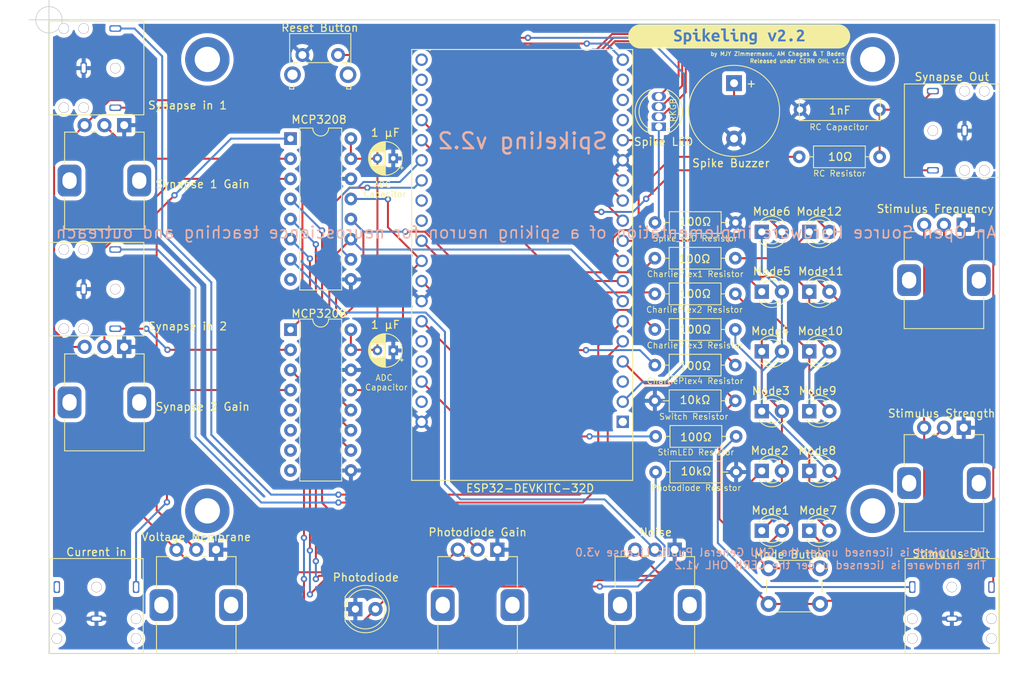
<source format=kicad_pcb>
(kicad_pcb (version 20211014) (generator pcbnew)
  (layers (0 "F.Cu" signal) (31 "B.Cu" signal) (34 "B.Paste" user) (35 "F.Paste" user) (36 "B.SilkS" user "B.Silkscreen") (37 "F.SilkS" user "F.Silkscreen") (38 "B.Mask" user) (39 "F.Mask" user) (44 "Edge.Cuts" user))
  (net 0 "")
  (net 7 "GNDREF")
  (net 8 "/23")
  (net 9 "/27")
  (net 10 "/26")
  (net 11 "+3V3")
  (net 12 "/34")
  (net 13 "/35")
  (net 14 "/25")
  (net 15 "/14")
  (net 16 "/12")
  (net 17 "/13")
  (net 18 "/22")
  (net 19 "/21")
  (net 20 "/19")
  (net 21 "/05")
  (net 22 "/17")
  (net 23 "/16")
  (net 24 "/02")
  (net 25 "/15")
  (net 26 "Net-(R1-Pad2)")
  (net 27 "Net-(R7-Pad2)")
  (net 28 "Net-(R6-Pad2)")
  (net 29 "Net-(R8-Pad2)")
  (net 30 "Net-(R9-Pad2)")
  (net 31 "Net-(R4-Pad2)")
  (net 33 "/39")
  (net 34 "VCC")
  (net 38 "/202")
  (net 39 "/203")
  (net 40 "/106")
  (net 41 "/103")
  (net 42 "/105")
  (net 43 "/104")
  (net 44 "/101")
  (net 45 "/102")
  (net 46 "/200")
  (net 47 "/201")
  (net 48 "/32")
  (net 49 "/33")
  (net 50 "/18")
  (net 51 "/04")
  (net 52 "/00")
  (net 53 "/100")
  (net 54 "/107")
  (net 55 "/204")
  (net 56 "/205")
  (net 57 "/206")
  (net 58 "/207")
  (net 59 "Net-(R3-Pad2)")
  (net 60 "Net-(SW2-Pad2)")
  (footprint "LED_THT:LED_D5.0mm-4_RGB" (layer "F.Cu") (at 177 63.5 90)
    (fp_text reference "D14")
    (fp_text value "Spike LED")
  )
  (footprint "MountingHole:MountingHole_3.2mm_M3_DIN965_Pad" (layer "F.Cu") (at 120 55)
    (fp_text reference " ")
    (fp_text value "MountingHole_3.2mm_M3_DIN965_Pad")
  )
  (footprint "LED_THT:LED_D3.0mm" (layer "F.Cu") (at 190 76.779)
    (fp_text reference "D7")
    (fp_text value "Mode6")
  )
  (footprint "LED_THT:LED_D3.0mm" (layer "F.Cu") (at 190 114.504)
    (fp_text reference "D2")
    (fp_text value "Mode1")
  )
  (footprint "Resistor_THT:R_Axial_DIN0207_L6.3mm_D2.5mm_P10.16mm_Horizontal" (layer "F.Cu") (at 186.66 98.1 180)
    (fp_text reference "R5")
    (fp_text value "10kΩ")
  )
  (footprint "Package_DIP:DIP-16_W7.62mm" (layer "F.Cu") (at 130.5 89.125)
    (fp_text reference "U3")
    (fp_text value "MCP3208")
  )
  (footprint "Potentiometer_THT:Spikeling Potentiometer" (layer "F.Cu") (at 213 109 -90)
    (fp_text reference "RV6")
    (fp_text value "Stimulus Strength")
  )
  (footprint "Potentiometer_THT:Spikeling Potentiometer" (layer "F.Cu") (at 176.5 124.4 -90)
    (fp_text reference "RV4")
    (fp_text value "Noise")
  )
  (footprint "Audio_Module:Spikeling_Photoreceptor" (layer "F.Cu") (at 159.6 122.9)
    (fp_text reference ".")
    (fp_text value "Spikeling_neuron")
  )
  (footprint "Audio_Module:Spikeling Audio Jack 3.5mm" (layer "F.Cu") (at 99.8825 56.1 90)
    (fp_text reference "J2")
    (fp_text value "Synapse in 1")
  )
  (footprint "Audio_Module:Spikeling Audio Jack 3.5mm" (layer "F.Cu") (at 220.1 64 -90)
    (fp_text reference "J1")
    (fp_text value "Synapse Out")
  )
  (footprint "Potentiometer_THT:Spikeling Potentiometer" (layer "F.Cu") (at 107 70.8 -90)
    (fp_text reference "RV1")
    (fp_text value "Synapse 1 Gain")
  )
  (footprint "Audio_Module:Spikeling_Electrode" (layer "F.Cu") (at 125.9 107.3)
    (fp_text reference "REF**")
    (fp_text value "Spikeling_neuron")
  )
  (footprint "LED_THT:LED_D3.0mm" (layer "F.Cu") (at 190 99.414)
    (fp_text reference "D4")
    (fp_text value "Mode3")
  )
  (footprint "Potentiometer_THT:Spikeling Potentiometer" (layer "F.Cu") (at 118.6 124.4 -90)
    (fp_text reference "RV3")
    (fp_text value "Voltage Membrane")
  )
  (footprint "Resistor_THT:R_Axial_DIN0207_L6.3mm_D2.5mm_P10.16mm_Horizontal" (layer "F.Cu") (at 176.6 102.6)
    (fp_text reference "R3")
    (fp_text value "100Ω")
  )
  (footprint "MountingHole:MountingHole_3.2mm_M3_DIN965_Pad" (layer "F.Cu") (at 204 55)
    (fp_text reference " ")
    (fp_text value "MountingHole_M3")
  )
  (footprint "Package_DIP:DIP-16_W7.62mm" (layer "F.Cu") (at 130.5 65)
    (fp_text reference "U2")
    (fp_text value "MCP3208")
  )
  (footprint "Capacitor_THT:CP_Radial_D4.0mm_P2.00mm" (layer "F.Cu") (at 143.4726 91.75 180)
    (fp_text reference "C2")
    (fp_text value "1 μF")
  )
  (footprint "Audio_Module:Spikeling Audio Jack 3.5mm" (layer "F.Cu") (at 214 130.1175 180)
    (fp_text reference "J5")
    (fp_text value "Stimulus Out")
  )
  (footprint "Button_Switch_THT:Spikeling reset button" (layer "F.Cu") (at 134.25 51.75)
    (fp_text reference "SW2")
    (fp_text value "Reset Button")
  )
  (footprint "LED_THT:LED_D3.0mm" (layer "F.Cu") (at 196 91.869)
    (fp_text reference "D11")
    (fp_text value "Mode10")
  )
  (footprint "LED_THT:LED_D3.0mm" (layer "F.Cu") (at 196 106.959)
    (fp_text reference "D9")
    (fp_text value "Mode8")
  )
  (footprint "Capacitor_THT:CP_Radial_D4.0mm_P2.00mm" (layer "F.Cu") (at 143.4726 67.5 180)
    (fp_text reference "C1")
    (fp_text value "1 μF")
  )
  (footprint "Resistor_THT:R_Axial_DIN0207_L6.3mm_D2.5mm_P10.16mm_Horizontal" (layer "F.Cu") (at 176.5 93.6)
    (fp_text reference "R9")
    (fp_text value "100Ω")
  )
  (footprint "LED_THT:LED_D3.0mm" (layer "F.Cu") (at 196 76.779)
    (fp_text reference "D13")
    (fp_text value "Mode12")
  )
  (footprint "LED_THT:LED_D3.0mm" (layer "F.Cu") (at 196 84.324)
    (fp_text reference "D12")
    (fp_text value "Mode11")
  )
  (footprint "LED_THT:LED_D3.0mm" (layer "F.Cu") (at 196 99.414)
    (fp_text reference "D10")
    (fp_text value "Mode9")
  )
  (footprint "Resistor_THT:R_Axial_DIN0207_L6.3mm_D2.5mm_P10.16mm_Horizontal" (layer "F.Cu") (at 194.72 67.3)
    (fp_text reference "R1")
    (fp_text value "10Ω")
  )
  (footprint "LED_THT:LED_D5.0mm" (layer "F.Cu") (at 139.958 124.4)
    (fp_text reference "D1")
    (fp_text value "Photodiode")
  )
  (footprint "Potentiometer_THT:Spikeling Potentiometer" (layer "F.Cu") (at 213 83.372 -90)
    (fp_text reference "RV7")
    (fp_text value "Stimulus Frequency")
  )
  (footprint "Potentiometer_THT:Spikeling Potentiometer" (layer "F.Cu") (at 107 98.8 -90)
    (fp_text reference "RV2")
    (fp_text value "Synapse 2 Gain")
  )
  (footprint "Audio_Module:Spikeling Audio Jack 3.5mm" (layer "F.Cu") (at 99.8825 84 90)
    (fp_text reference "e")
    (fp_text value "Synapse in 2")
  )
  (footprint "LED_THT:LED_D3.0mm" (layer "F.Cu") (at 190 106.959)
    (fp_text reference "D3")
    (fp_text value "Mode2")
  )
  (footprint "MountingHole:MountingHole_3.2mm_M3_DIN965_Pad" (layer "F.Cu") (at 204 112)
    (fp_text reference " ")
    (fp_text value "MountingHole_3.2mm_M3_DIN965_Pad")
  )
  (footprint "LED_THT:LED_D3.0mm" (layer "F.Cu") (at 190 91.869)
    (fp_text reference "D5")
    (fp_text value "Mode4")
  )
  (footprint "Audio_Module:Spikeling Audio Jack 3.5mm" (layer "F.Cu") (at 106 130.1175 180)
    (fp_text reference "J4")
    (fp_text value "Current in")
  )
  (footprint "Resistor_THT:R_Axial_DIN0207_L6.3mm_D2.5mm_P10.16mm_Horizontal" (layer "F.Cu") (at 176.5 89.1)
    (fp_text reference "R8")
    (fp_text value "100Ω")
  )
  (footprint "Resistor_THT:R_Axial_DIN0207_L6.3mm_D2.5mm_P10.16mm_Horizontal" (layer "F.Cu") (at 176.6 107.1)
    (fp_text reference "R2")
    (fp_text value "10kΩ")
  )
  (footprint "Potentiometer_THT:Spikeling Potentiometer" (layer "F.Cu") (at 154.119 124.4 -90)
    (fp_text reference "RV5")
    (fp_text value "Photodiode Gain")
  )
  (footprint "Capacitor_THT:C_Disc_D10.0mm_W2.5mm_P5.00mm" (layer "F.Cu") (at 202.35 61.35 180)
    (fp_text reference "C3")
    (fp_text value "1nF")
  )
  (footprint "Resistor_THT:R_Axial_DIN0207_L6.3mm_D2.5mm_P10.16mm_Horizontal" (layer "F.Cu") (at 176.5 84.6)
    (fp_text reference "R7")
    (fp_text value "100Ω")
  )
  (footprint "Resistor_THT:R_Axial_DIN0207_L6.3mm_D2.5mm_P10.16mm_Horizontal" (layer "F.Cu") (at 186.68 75.6 180)
    (fp_text reference "R4")
    (fp_text value "100Ω")
  )
  (footprint "Buzzer_Beeper:Buzzer_11.5x9.5RM5" (layer "F.Cu") (at 186.5 61.5 -90)
    (fp_text reference "BZ1")
    (fp_text value "Spike Buzzer")
  )
  (footprint "kibuzzard-633362FE" (layer "F.Cu") (at 187.15 52.1)
    (fp_text reference "kibuzzard-633362FE" hide)
    (fp_text value "G***" hide)
  )
  (footprint "MountingHole:MountingHole_3.2mm_M3_DIN965_Pad" (layer "F.Cu") (at 120 112)
    (fp_text reference " ")
    (fp_text value "MountingHole_3.2mm_M3_DIN965_Pad")
  )
  (footprint "Audio_Module:Spikeling_Neuron" (layer "F.Cu") (at 155.9 65.6)
    (fp_text reference ".")
    (fp_text value "Spikeling_neuron")
  )
  (footprint "Resistor_THT:R_Axial_DIN0207_L6.3mm_D2.5mm_P10.16mm_Horizontal" (layer "F.Cu") (at 176.5 80.1)
    (fp_text reference "R6")
    (fp_text value "100Ω")
  )
  (footprint "Button_Switch_THT:SW_PUSH_6mm_H13mm" (layer "F.Cu") (at 194.1 121.5)
    (fp_text reference "SW1")
    (fp_text value "Mode Button")
  )
  (footprint "Module:MODULE_ESP32-DEVKITC-32D" (layer "F.Cu") (at 159.75 81 180)
    (fp_text reference "U1")
    (fp_text value "ESP32-DEVKITC-32D")
  )
  (footprint "LED_THT:LED_D3.0mm" (layer "F.Cu") (at 196 114.504)
    (fp_text reference "D8")
    (fp_text value "Mode7")
  )
  (footprint "LED_THT:LED_D3.0mm" (layer "F.Cu") (at 190 84.324)
    (fp_text reference "D6")
    (fp_text value "Mode5")
  )
  (gr_line (start 220 130) (end 100 130) (layer "Edge.Cuts") (width 0.1))
  (gr_line (start 100 50) (end 220 50) (layer "Edge.Cuts") (width 0.1))
  (gr_line (start 220 50) (end 220 130) (layer "Edge.Cuts") (width 0.1))
  (gr_line (start 100 130) (end 100 50) (layer "Edge.Cuts") (width 0.1))
  (gr_text "Spikeling v2.2\n" (at 159.8 65.3) (layer "B.SilkS") (effects (font (size 2 2) (thickness 0.3)) (justify mirror)))
  (gr_text "An Open Source Hardware implementation of a spiking neuron for neuroscience teaching and outreach" (at 160.25 76.85) (layer "B.SilkS") (effects (font (size 1.5 1.5) (thickness 0.2)) (justify mirror)))
  (gr_text "This project is licensed under the GNU General Public License v3.0\nThe hardware is licensed under the CERN OHL v1.2" (at 218.45 118.05) (layer "B.SilkS") (effects (font (size 1 1)) (justify left mirror)))
  (gr_text "ADC \nCapacitor" (at 142.4 71.4) (layer "F.SilkS") (effects (font (size 0.75 0.75) (thickness 0.1))))
  (gr_text "Switch Resistor" (at 181.4 100.1) (layer "F.SilkS") (effects (font (size 0.75 0.75) (thickness 0.1))))
  (gr_text "CharliePlex3 Resistor" (at 181.58 91.1) (layer "F.SilkS") (effects (font (size 0.75 0.75) (thickness 0.1))))
  (gr_text "CharliePlex2 Resistor" (at 181.5 86.6) (layer "F.SilkS") (effects (font (size 0.75 0.75) (thickness 0.1))))
  (gr_text "Spike_LED Resistor" (at 181.58 77.6) (layer "F.SilkS") (effects (font (size 0.75 0.75) (thickness 0.1))))
  (gr_text "Released under CERN OHL v1.2" (at 194.5 55.2) (layer "F.SilkS") (effects (font (size 0.5 0.5) (thickness 0.1))))
  (gr_text "CharliePlex1 Resistor" (at 181.6 82.1) (layer "F.SilkS") (effects (font (size 0.75 0.75) (thickness 0.1))))
  (gr_text "RKGB" (at 178.8 61.4 90) (layer "F.SilkS") (effects (font (size 0.75 0.75) (thickness 0.1))))
  (gr_text "RC Capacitor" (at 199.75 63.55) (layer "F.SilkS") (effects (font (size 0.75 0.75) (thickness 0.1))))
  (gr_text "RC Resistor" (at 199.8 69.4) (layer "F.SilkS") (effects (font (size 0.75 0.75) (thickness 0.1))))
  (gr_text "by MJY Zimmermann, AM Chagas & T Baden" (at 192 54.3) (layer "F.SilkS") (effects (font (size 0.5 0.5) (thickness 0.1))))
  (gr_text "StimLED Resistor" (at 181.68 104.6) (layer "F.SilkS") (effects (font (size 0.75 0.75) (thickness 0.1))))
  (gr_text "Photodiode Resistor" (at 181.7 109.1) (layer "F.SilkS") (effects (font (size 0.75 0.75) (thickness 0.1))))
  (gr_text "ADC \nCapacitor" (at 142.6 95.8) (layer "F.SilkS") (effects (font (size 0.75 0.75) (thickness 0.1))))
  (gr_text "CharliePlex4 Resistor" (at 181.58 95.6) (layer "F.SilkS") (effects (font (size 0.75 0.75) (thickness 0.1))))
  (target plus (at 100 50) (size 5) (width 0.1) (layer "Edge.Cuts"))
  (segment (start 176.4 99.019022) (end 176.4 98.3) (width 0.25) (layer "B.Cu") (net 7))
  (segment (start 180.4 53.7) (end 180.4 59.140544) (width 0.25) (layer "F.Cu") (net 9))
  (segment (start 178.5 51.8) (end 180.4 53.7) (width 0.25) (layer "F.Cu") (net 9))
  (segment (start 172.45 75.36) (end 168.3 71.21) (width 0.25) (layer "F.Cu") (net 9))
  (segment (start 177.310544 62.23) (end 177 62.23) (width 0.25) (layer "F.Cu") (net 9))
  (segment (start 172.45 75.36) (end 172.45 74.8797) (width 0.25) (layer "F.Cu") (net 9))
  (segment (start 168.3 54.6) (end 171.1 51.8) (width 0.25) (layer "F.Cu") (net 9))
  (segment (start 176.6 62.14) (end 177.75 62.14) (width 0.25) (layer "F.Cu") (net 9))
  (segment (start 180.4 59.140544) (end 177.310544 62.23) (width 0.25) (layer "F.Cu") (net 9))
  (segment (start 168.3 71.21) (end 168.3 54.6) (width 0.25) (layer "F.Cu") (net 9))
  (segment (start 171.1 51.8) (end 178.5 51.8) (width 0.25) (layer "F.Cu") (net 9))
  (segment (start 219.22452 76.02452) (end 219.22452 121.39298) (width 0.25) (layer "F.Cu") (net 10))
  (segment (start 180.75 77.9) (end 185.65 73) (width 0.25) (layer "F.Cu") (net 10))
  (segment (start 219.22452 121.39298) (end 219 121.6175) (width 0.25) (layer "F.Cu") (net 10))
  (segment (start 185.65 73) (end 216.2 73) (width 0.25) (layer "F.Cu") (net 10))
  (segment (start 172.45 77.9) (end 180.75 77.9) (width 0.25) (layer "F.Cu") (net 10))
  (segment (start 216.2 73) (end 219.22452 76.02452) (width 0.25) (layer "F.Cu") (net 10))
  (segment (start 172.45 90.6) (end 170.55 92.5) (width 0.25) (layer "F.Cu") (net 12))
  (segment (start 170.55 92.5) (end 170.55 107.8) (width 0.25) (layer "F.Cu") (net 12))
  (segment (start 136.55 110.95) (end 136.5 110.95) (width 0.25) (layer "F.Cu") (net 12))
  (segment (start 167.4 110.95) (end 136.55 110.95) (width 0.25) (layer "F.Cu") (net 12))
  (segment (start 170.55 107.8) (end 167.4 110.95) (width 0.25) (layer "F.Cu") (net 12))
  (via (at 136.55 110.95) (size 0.8) (drill 0.4) (layers "F.Cu" "B.Cu") (net 12))
  (segment (start 108.3825 79) (end 113.7 79) (width 0.25) (layer "B.Cu") (net 12))
  (segment (start 118.5 83.8) (end 118.5 101.95) (width 0.25) (layer "B.Cu") (net 12))
  (segment (start 126.814283 110.95) (end 118.5 102.635717) (width 0.25) (layer "B.Cu") (net 12))
  (segment (start 118.5 102.635717) (end 118.5 101.95) (width 0.25) (layer "B.Cu") (net 12))
  (segment (start 136.55 110.95) (end 126.814283 110.95) (width 0.25) (layer "B.Cu") (net 12))
  (segment (start 113.7 79) (end 118.5 83.8) (width 0.25) (layer "B.Cu") (net 12))
  (segment (start 169.35 91.16) (end 169.35 107.6) (width 0.25) (layer "F.Cu") (net 13))
  (segment (start 167 109.95) (end 136.55 109.95) (width 0.25) (layer "F.Cu") (net 13))
  (segment (start 169.35 107.6) (end 167 109.95) (width 0.25) (layer "F.Cu") (net 13))
  (segment (start 172.45 88.06) (end 169.35 91.16) (width 0.25) (layer "F.Cu") (net 13))
  (via (at 136.55 109.95) (size 0.8) (drill 0.4) (layers "F.Cu" "B.Cu") (net 13))
  (segment (start 114.3 54.6) (end 114.3 76.95) (width 0.25) (layer "B.Cu") (net 13))
  (segment (start 108.3825 51.1) (end 110.8 51.1) (width 0.25) (layer "B.Cu") (net 13))
  (segment (start 114.3 76.95) (end 120.5 83.15) (width 0.25) (layer "B.Cu") (net 13))
  (segment (start 110.8 51.1) (end 114.3 54.6) (width 0.25) (layer "B.Cu") (net 13))
  (segment (start 120.5 102.4) (end 128.05 109.95) (width 0.25) (layer "B.Cu") (net 13))
  (segment (start 120.5 83.15) (end 120.5 102.4) (width 0.25) (layer "B.Cu") (net 13))
  (segment (start 128.05 109.95) (end 136.55 109.95) (width 0.25) (layer "B.Cu") (net 13))
  (segment (start 174.45 71.55) (end 178.7 67.3) (width 0.25) (layer "F.Cu") (net 14))
  (segment (start 172.45 80.44) (end 171.2 79.19) (width 0.25) (layer "F.Cu") (net 14))
  (segment (start 172.237984 76.55) (end 173.9 76.55) (width 0.25) (layer "F.Cu") (net 14))
  (segment (start 171.2 79.19) (end 171.2 77.587984) (width 0.25) (layer "F.Cu") (net 14))
  (segment (start 171.2 77.587984) (end 172.237984 76.55) (width 0.25) (layer "F.Cu") (net 14))
  (segment (start 173.9 76.55) (end 174.45 76) (width 0.25) (layer "F.Cu") (net 14))
  (segment (start 178.7 67.3) (end 194.72 67.3) (width 0.25) (layer "F.Cu") (net 14))
  (segment (start 174.45 76) (end 174.45 71.55) (width 0.25) (layer "F.Cu") (net 14))
  (segment (start 168.74952 69.11952) (end 172.45 72.82) (width 0.25) (layer "F.Cu") (net 15))
  (segment (start 179.95048 53.886198) (end 179.95048 58.320064) (width 0.25) (layer "F.Cu") (net 15))
  (segment (start 179.95048 53.886198) (end 178.313802 52.24952) (width 0.25) (layer "F.Cu") (net 15))
  (segment (start 171.286198 52.24952) (end 168.74952 54.786198) (width 0.25) (layer "F.Cu") (net 15))
  (segment (start 168.74952 54.786198) (end 168.74952 69.11952) (width 0.25) (layer "F.Cu") (net 15))
  (segment (start 179.95048 58.320064) (end 177.310544 60.96) (width 0.25) (layer "F.Cu") (net 15))
  (segment (start 177.310544 60.96) (end 177 60.96) (width 0.25) (layer "F.Cu") (net 15))
  (segment (start 178.313802 52.24952) (end 171.286198 52.24952) (width 0.25) (layer "F.Cu") (net 15))
  (segment (start 177 59.69) (end 179.5 57.19) (width 0.25) (layer "F.Cu") (net 16))
  (segment (start 169.3 67.13) (end 172.45 70.28) (width 0.25) (layer "F.Cu") (net 16))
  (segment (start 178.127604 52.69904) (end 171.472396 52.69904) (width 0.25) (layer "F.Cu") (net 16))
  (segment (start 179.5 57.19) (end 179.5 54.071436) (width 0.25) (layer "F.Cu") (net 16))
  (segment (start 171.472396 52.69904) (end 169.3 54.871436) (width 0.25) (layer "F.Cu") (net 16))
  (segment (start 179.5 54.071436) (end 178.127604 52.69904) (width 0.25) (layer "F.Cu") (net 16))
  (segment (start 169.3 54.871436) (end 169.3 67.13) (width 0.25) (layer "F.Cu") (net 16))
  (segment (start 181.5 65.2) (end 186.5 60.2) (width 0.25) (layer "F.Cu") (net 17))
  (segment (start 172.45 65.2) (end 172.45 64.8) (width 0.25) (layer "F.Cu") (net 17))
  (segment (start 172.45 65.2) (end 181.5 65.2) (width 0.25) (layer "F.Cu") (net 17))
  (segment (start 186.5 60.2) (end 186.5 59) (width 0.25) (layer "F.Cu") (net 17))
  (segment (start 147.05 95.68) (end 153.97 102.6) (width 0.25) (layer "F.Cu") (net 18))
  (segment (start 153.97 102.6) (end 168.25 102.6) (width 0.25) (layer "F.Cu") (net 18))
  (via (at 168.25 102.6) (size 0.8) (drill 0.4) (layers "F.Cu" "B.Cu") (net 18))
  (segment (start 168.25 102.6) (end 176.6 102.6) (width 0.25) (layer "B.Cu") (net 18))
  (segment (start 150.694511 91.704511) (end 147.05 88.06) (width 0.25) (layer "F.Cu") (net 19))
  (segment (start 167.804511 91.704511) (end 150.694511 91.704511) (width 0.25) (layer "F.Cu") (net 19))
  (via (at 167.804511 91.704511) (size 0.8) (drill 0.4) (layers "F.Cu" "B.Cu") (net 19))
  (segment (start 176.5 93.6) (end 174.604511 91.704511) (width 0.25) (layer "B.Cu") (net 19))
  (segment (start 174.604511 91.704511) (end 167.804511 91.704511) (width 0.25) (layer "B.Cu") (net 19))
  (segment (start 150.694511 86.624511) (end 147.05 82.98) (width 0.25) (layer "F.Cu") (net 20))
  (segment (start 176.5 89.1) (end 174.024511 86.624511) (width 0.25) (layer "F.Cu") (net 20))
  (segment (start 174.024511 86.624511) (end 150.694511 86.624511) (width 0.25) (layer "F.Cu") (net 20))
  (segment (start 153.565489 84.415489) (end 147.05 77.9) (width 0.25) (layer "F.Cu") (net 21))
  (segment (start 176.315489 84.415489) (end 153.565489 84.415489) (width 0.25) (layer "F.Cu") (net 21))
  (segment (start 176.5 84.6) (end 176.315489 84.415489) (width 0.25) (layer "F.Cu") (net 21))
  (segment (start 163.725489 81.875489) (end 147.05 65.2) (width 0.25) (layer "F.Cu") (net 24))
  (segment (start 176.5 80.1) (end 174.724511 81.875489) (width 0.25) (layer "F.Cu") (net 24))
  (segment (start 174.724511 81.875489) (end 163.725489 81.875489) (width 0.25) (layer "F.Cu") (net 24))
  (segment (start 158.645489 74.255489) (end 169.744511 74.255489) (width 0.25) (layer "F.Cu") (net 25))
  (segment (start 179 69) (end 175.4 72.6) (width 0.25) (layer "F.Cu") (net 25))
  (segment (start 211.6 69) (end 179 69) (width 0.25) (layer "F.Cu") (net 25))
  (segment (start 147.05 62.66) (end 158.645489 74.255489) (width 0.25) (layer "F.Cu") (net 25))
  (via (at 175.4 72.6) (size 0.8) (drill 0.4) (layers "F.Cu" "B.Cu") (net 25))
  (via (at 169.744511 74.255489) (size 0.8) (drill 0.4) (layers "F.Cu" "B.Cu") (net 25))
  (segment (start 173.744511 74.255489) (end 169.744511 74.255489) (width 0.25) (layer "B.Cu") (net 25))
  (segment (start 175.4 72.6) (end 173.744511 74.255489) (width 0.25) (layer "B.Cu") (net 25))
  (segment (start 211.6 59) (end 209.25 61.35) (width 0.25) (layer "F.Cu") (net 26))
  (segment (start 204.88 61.37) (end 204.86 61.35) (width 0.25) (layer "F.Cu") (net 26))
  (segment (start 204.88 67.3) (end 204.88 61.37) (width 0.25) (layer "F.Cu") (net 26))
  (segment (start 209.25 61.35) (end 204.86 61.35) (width 0.25) (layer "F.Cu") (net 26))
  (segment (start 190 87.94) (end 190 91.869) (width 0.25) (layer "F.Cu") (net 27))
  (segment (start 186.66 84.6) (end 189.88 87.82) (width 0.25) (layer "F.Cu") (net 27))
  (segment (start 192.54 106.959) (end 192.54 111.964) (width 0.25) (layer "F.Cu") (net 27))
  (segment (start 189.88 87.82) (end 190 87.94) (width 0.25) (layer "F.Cu") (net 27))
  (segment (start 196 91.869) (end 191.951 87.82) (width 0.25) (layer "F.Cu") (net 27))
  (segment (start 196 96.874) (end 198.54 99.414) (width 0.25) (layer "F.Cu") (net 27))
  (segment (start 192.54 111.964) (end 190 114.504) (width 0.25) (layer "F.Cu") (net 27))
  (segment (start 190 91.869) (end 190 96.874) (width 0.25) (layer "F.Cu") (net 27))
  (segment (start 190 96.874) (end 192.54 99.414) (width 0.25) (layer "F.Cu") (net 27))
  (segment (start 192.54 99.414) (end 192.54 106.959) (width 0.25) (layer "F.Cu") (net 27))
  (segment (start 196 91.869) (end 196 96.874) (width 0.25) (layer "F.Cu") (net 27))
  (segment (start 191.951 87.82) (end 189.88 87.82) (width 0.25) (layer "F.Cu") (net 27))
  (segment (start 192.54 107) (end 192.54 106.225009) (width 0.25) (layer "B.Cu") (net 27))
  (segment (start 186.66 80.1) (end 192.679 80.1) (width 0.25) (layer "F.Cu") (net 28))
  (segment (start 192.679 80.1) (end 196 76.779) (width 0.25) (layer "F.Cu") (net 28))
  (segment (start 198.54 84.324) (end 194.316 80.1) (width 0.25) (layer "F.Cu") (net 28))
  (segment (start 196 110.85) (end 196 106.959) (width 0.25) (layer "F.Cu") (net 28))
  (segment (start 196 106.959) (end 196 104.75) (width 0.25) (layer "F.Cu") (net 28))
  (segment (start 196 111.964) (end 196 110.85) (width 0.25) (layer "F.Cu") (net 28))
  (segment (start 196 104.75) (end 200.4 100.35) (width 0.25) (layer "F.Cu") (net 28))
  (segment (start 198.54 114.504) (end 196 111.964) (width 0.25) (layer "F.Cu") (net 28))
  (segment (start 200.4 100.35) (end 200.4 86.184) (width 0.25) (layer "F.Cu") (net 28))
  (segment (start 189.25 116.75) (end 190.294 116.75) (width 0.25) (layer "F.Cu") (net 28))
  (segment (start 190.294 116.75) (end 192.54 114.504) (width 0.25) (layer "F.Cu") (net 28))
  (segment (start 188.1 108.859) (end 188.1 115.6) (width 0.25) (layer "F.Cu") (net 28))
  (segment (start 188.1 115.6) (end 189.25 116.75) (width 0.25) (layer "F.Cu") (net 28))
  (segment (start 200.4 86.184) (end 198.54 84.324) (width 0.25) (layer "F.Cu") (net 28))
  (segment (start 190 106.959) (end 188.1 108.859) (width 0.25) (layer "F.Cu") (net 28))
  (segment (start 196 111.044) (end 196 110.85) (width 0.25) (layer "F.Cu") (net 28))
  (segment (start 192.54 114.504) (end 196 111.044) (width 0.25) (layer "F.Cu") (net 28))
  (segment (start 194.316 80.1) (end 192.679 80.1) (width 0.25) (layer "F.Cu") (net 28))
  (segment (start 196 114.504) (end 197.896 116.4) (width 0.25) (layer "F.Cu") (net 29))
  (segment (start 200.2 108.619) (end 198.54 106.959) (width 0.25) (layer "F.Cu") (net 29))
  (segment (start 196 114.504) (end 196.004 114.504) (width 0.25) (layer "F.Cu") (net 29))
  (segment (start 200.2 115.6) (end 200.2 108.619) (width 0.25) (layer "F.Cu") (net 29))
  (segment (start 199.4 116.4) (end 200.2 115.6) (width 0.25) (layer "F.Cu") (net 29))
  (segment (start 197.896 116.4) (end 199.4 116.4) (width 0.25) (layer "F.Cu") (net 29))
  (segment (start 190 76.779) (end 190 81.784) (width 0.25) (layer "B.Cu") (net 29))
  (segment (start 198.353279 106.959) (end 198.54 106.959) (width 0.25) (layer "B.Cu") (net 29))
  (segment (start 190 99.414) (end 190 94.409) (width 0.25) (layer "B.Cu") (net 29))
  (segment (start 192.54 84.324) (end 192.54 91.869) (width 0.25) (layer "B.Cu") (net 29))
  (segment (start 186.66 90.81) (end 190 94.15) (width 0.25) (layer "B.Cu") (net 29))
  (segment (start 190 94.15) (end 190 94.409) (width 0.25) (layer "B.Cu") (net 29))
  (segment (start 190 81.784) (end 192.54 84.324) (width 0.25) (layer "B.Cu") (net 29))
  (segment (start 190.808279 99.414) (end 198.353279 106.959) (width 0.25) (layer "B.Cu") (net 29))
  (segment (start 190 94.409) (end 192.54 91.869) (width 0.25) (layer "B.Cu") (net 29))
  (segment (start 186.66 89.1) (end 186.66 90.81) (width 0.25) (layer "B.Cu") (net 29))
  (segment (start 190 99.414) (end 190.808279 99.414) (width 0.25) (layer "B.Cu") (net 29))
  (segment (start 185.75 82.45) (end 188.126 82.45) (width 0.25) (layer "F.Cu") (net 30))
  (segment (start 196 89.329) (end 198.54 91.869) (width 0.25) (layer "F.Cu") (net 30))
  (segment (start 196 84.324) (end 196 89.329) (width 0.25) (layer "F.Cu") (net 30))
  (segment (start 195.511 73.75) (end 189.511 73.75) (width 0.25) (layer "F.Cu") (net 30))
  (segment (start 186 73.75) (end 189.511 73.75) (width 0.25) (layer "F.Cu") (net 30))
  (segment (start 184.7 83.5) (end 184.7 75.05) (width 0.25) (layer "F.Cu") (net 30))
  (segment (start 194.126 82.45) (end 188.126 82.45) (width 0.25) (layer "F.Cu") (net 30))
  (segment (start 186.66 93.6) (end 184.7 91.64) (width 0.25) (layer "F.Cu") (net 30))
  (segment (start 184.7 91.64) (end 184.7 83.5) (width 0.25) (layer "F.Cu") (net 30))
  (segment (start 188.126 82.45) (end 190 84.324) (width 0.25) (layer "F.Cu") (net 30))
  (segment (start 189.511 73.75) (end 192.54 76.779) (width 0.25) (layer "F.Cu") (net 30))
  (segment (start 184.7 75.05) (end 186 73.75) (width 0.25) (layer "F.Cu") (net 30))
  (segment (start 184.7 83.5) (end 185.75 82.45) (width 0.25) (layer "F.Cu") (net 30))
  (segment (start 198.54 76.779) (end 195.511 73.75) (width 0.25) (layer "F.Cu") (net 30))
  (segment (start 196 84.324) (end 194.126 82.45) (width 0.25) (layer "F.Cu") (net 30))
  (segment (start 196 94.409) (end 198.54 91.869) (width 0.25) (layer "B.Cu") (net 30))
  (segment (start 196 99.414) (end 196 94.409) (width 0.25) (layer "B.Cu") (net 30))
  (segment (start 176.6 63.41) (end 177.75 63.41) (width 0.25) (layer "F.Cu") (net 31))
  (segment (start 177 63.5) (end 177 75.12) (width 0.25) (layer "B.Cu") (net 31))
  (segment (start 177 75.12) (end 176.52 75.6) (width 0.25) (layer "B.Cu") (net 31))
  (segment (start 184.65 100.11) (end 184.65 113.04) (width 0.25) (layer "F.Cu") (net 33))
  (segment (start 172.45 93.14) (end 175.21 95.9) (width 0.25) (layer "F.Cu") (net 33))
  (segment (start 186.66 98.1) (end 184.65 100.11) (width 0.25) (layer "F.Cu") (net 33))
  (segment (start 190.86 119.25) (end 197.36 119.25) (width 0.25) (layer "F.Cu") (net 33))
  (segment (start 175.21 95.9) (end 184.46 95.9) (width 0.25) (layer "F.Cu") (net 33))
  (segment (start 184.65 113.04) (end 190.86 119.25) (width 0.25) (layer "F.Cu") (net 33))
  (segment (start 184.46 95.9) (end 186.66 98.1) (width 0.25) (layer "F.Cu") (net 33))
  (segment (start 191 118.92) (end 191 119.25) (width 0.25) (layer "B.Cu") (net 33))
  (segment (start 156.649982 53) (end 164.55 53) (width 0.25) (layer "F.Cu") (net 34))
  (segment (start 156.374991 52.725009) (end 156.649982 53) (width 0.25) (layer "F.Cu") (net 34))
  (segment (start 186.86 119.75) (end 176.85 119.75) (width 0.25) (layer "F.Cu") (net 34))
  (segment (start 104.5 63.3) (end 100.65 67.15) (width 0.25) (layer "F.Cu") (net 34))
  (segment (start 138.12 89.125) (end 138.12 91.665) (width 0.25) (layer "F.Cu") (net 34))
  (segment (start 210.14904 123.35096) (end 197.75904 123.35096) (width 0.25) (layer "F.Cu") (net 34))
  (segment (start 156.35 53) (end 156.35 52.75) (width 0.25) (layer "F.Cu") (net 34))
  (segment (start 102.740678 91.3) (end 104.5 91.3) (width 0.25) (layer "F.Cu") (net 34))
  (segment (start 144.65 53) (end 156.35 53) (width 0.25) (layer "F.Cu") (net 34))
  (segment (start 197.75904 123.35096) (end 197.36 123.75) (width 0.25) (layer "F.Cu") (net 34))
  (segment (start 154.469 119.75) (end 171.15 119.75) (width 0.25) (layer "F.Cu") (net 34))
  (segment (start 116.1 116.9) (end 100.65 101.45) (width 0.25) (layer "F.Cu") (net 34))
  (segment (start 171.15 119.75) (end 174 116.9) (width 0.25) (layer "F.Cu") (net 34))
  (segment (start 141.4726 57.2774) (end 141.4726 56.1774) (width 0.25) (layer "F.Cu") (net 34))
  (segment (start 138.6 60.15) (end 141.4726 57.2774) (width 0.25) (layer "F.Cu") (net 34))
  (segment (start 164.55 53) (end 164.7 53) (width 0.25) (layer "F.Cu") (net 34))
  (segment (start 138.12 67.54) (end 141.4326 67.54) (width 0.25) (layer "F.Cu") (net 34))
  (segment (start 141.4726 67.5) (end 141.4726 56.1774) (width 0.25) (layer "F.Cu") (net 34))
  (segment (start 148.769 119.75) (end 151.619 116.9) (width 0.25) (layer "F.Cu") (net 34))
  (segment (start 100.65 67.15) (end 100.65 89.209322) (width 0.25) (layer "F.Cu") (net 34))
  (segment (start 100.65 89.209322) (end 102.740678 91.3) (width 0.25) (layer "F.Cu") (net 34))
  (segment (start 100.65 101.45) (end 100.65 89.209322) (width 0.25) (layer "F.Cu") (net 34))
  (segment (start 210.5 101.5) (end 210.5 123) (width 0.25) (layer "F.Cu") (net 34))
  (segment (start 156.35 53) (end 167.9 53) (width 0.25) (layer "F.Cu") (net 34))
  (segment (start 107.65 60.15) (end 138.6 60.15) (width 0.25) (layer "F.Cu") (net 34))
  (segment (start 176.85 119.75) (end 174 116.9) (width 0.25) (layer "F.Cu") (net 34))
  (segment (start 104.5 63.3) (end 107.65 60.15) (width 0.25) (layer "F.Cu") (net 34))
  (segment (start 138.12 91.665) (end 141.3876 91.665) (width 0.25) (layer "F.Cu") (net 34))
  (segment (start 141.4326 67.54) (end 141.4726 67.5) (width 0.25) (layer "F.Cu") (net 34))
  (segment (start 190.86 123.75) (end 197.36 123.75) (width 0.25) (layer "F.Cu") (net 34))
  (segment (start 210.5 75.872) (end 210.5 101.5) (width 0.25) (layer "F.Cu") (net 34))
  (segment (start 156.35 52.75) (end 156.374991 52.725009) (width 0.25) (layer "F.Cu") (net 34))
  (segment (start 190.86 123.75) (end 186.86 119.75) (width 0.25) (layer "F.Cu") (net 34))
  (segment (start 116.1 116.9) (end 118.95 119.75) (width 0.25) (layer "F.Cu") (net 34))
  (segment (start 141.3876 91.665) (end 141.4726 91.75) (width 0.25) (layer "F.Cu") (net 34))
  (segment (start 210.5 123) (end 210.14904 123.35096) (width 0.25) (layer "F.Cu") (net 34))
  (segment (start 138.12 65) (end 138.12 67.54) (width 0.25) (layer "F.Cu") (net 34))
  (segment (start 118.95 119.75) (end 148.769 119.75) (width 0.25) (layer "F.Cu") (net 34))
  (segment (start 141.4726 56.1774) (end 144.65 53) (width 0.25) (layer "F.Cu") (net 34))
  (segment (start 151.619 116.9) (end 154.469 119.75) (width 0.25) (layer "F.Cu") (net 34))
  (segment (start 141.4726 67.5) (end 141.4726 91.75) (width 0.25) (layer "F.Cu") (net 34))
  (via (at 167.9 53) (size 0.8) (drill 0.4) (layers "F.Cu" "B.Cu") (net 34))
  (segment (start 170.41 53) (end 172.45 55.04) (width 0.25) (layer "B.Cu") (net 34))
  (segment (start 167.9 53) (end 170.41 53) (width 0.25) (layer "B.Cu") (net 34))
  (segment (start 132.2 125.25) (end 133.95 127) (width 0.25) (layer "F.Cu") (net 38))
  (segment (start 144.078 121.55) (end 141.228 124.4) (width 0.25) (layer "F.Cu") (net 38))
  (segment (start 169.55 121.55) (end 144.078 121.55) (width 0.25) (layer "F.Cu") (net 38))
  (segment (start 132.2 95.905) (end 132.2 115.4) (width 0.25) (layer "F.Cu") (net 38))
  (segment (start 138.628 127) (end 141.228 124.4) (width 0.25) (layer "F.Cu") (net 38))
  (segment (start 133.95 127) (end 138.628 127) (width 0.25) (layer "F.Cu") (net 38))
  (segment (start 130.5 94.205) (end 132.2 95.905) (width 0.25) (layer "F.Cu") (net 38))
  (segment (start 132.2 120.6) (end 132.2 125.25) (width 0.25) (layer "F.Cu") (net 38))
  (via (at 132.2 120.6) (size 0.8) (drill 0.4) (layers "F.Cu" "B.Cu") (net 38))
  (via (at 132.2 115.4) (size 0.8) (drill 0.4) (layers "F.Cu" "B.Cu") (net 38))
  (via (at 169.55 121.55) (size 0.8) (drill 0.4) (layers "F.Cu" "B.Cu") (net 38))
  (segment (start 177.724511 118.175489) (end 174.35 121.55) (width 0.25) (layer "B.Cu") (net 38))
  (segment (start 132.2 115.4) (end 132.2 120.6) (width 0.25) (layer "B.Cu") (net 38))
  (segment (start 174.35 121.55) (end 169.55 121.55) (width 0.25) (layer "B.Cu") (net 38))
  (segment (start 177.724511 116.39279) (end 177.724511 118.175489) (width 0.25) (layer "B.Cu") (net 38))
  (segment (start 140.6 124.1) (end 141.574511 125.074511) (width 0.25) (layer "B.Cu") (net 38))
  (segment (start 176.6 107.1) (end 176.6 115.268279) (width 0.25) (layer "B.Cu") (net 38))
  (segment (start 176.6 115.268279) (end 177.724511 116.39279) (width 0.25) (layer "B.Cu") (net 38))
  (segment (start 130.5 96.745) (end 117.855 96.745) (width 0.25) (layer "F.Cu") (net 39))
  (segment (start 114.9 99.7) (end 114.9 110.9) (width 0.25) (layer "F.Cu") (net 39))
  (segment (start 117.855 96.745) (end 114.9 99.7) (width 0.25) (layer "F.Cu") (net 39))
  (via (at 114.9 110.9) (size 0.8) (drill 0.4) (layers "F.Cu" "B.Cu") (net 39))
  (segment (start 111 114.8) (end 111 121.6175) (width 0.25) (layer "B.Cu") (net 39))
  (segment (start 114.9 110.9) (end 111 114.8) (width 0.25) (layer "B.Cu") (net 39))
  (segment (start 137.215489 86.955489) (end 147.555489 86.955489) (width 0.25) (layer "B.Cu") (net 40))
  (segment (start 130.5 80.24) (end 137.215489 86.955489) (width 0.25) (layer "B.Cu") (net 40))
  (segment (start 150 108.6) (end 151.95 110.55) (width 0.25) (layer "B.Cu") (net 40))
  (segment (start 170.15 110.55) (end 176.5 116.9) (width 0.25) (layer "B.Cu") (net 40))
  (segment (start 150 89.4) (end 150 108.6) (width 0.25) (layer "B.Cu") (net 40))
  (segment (start 151.95 110.55) (end 170.15 110.55) (width 0.25) (layer "B.Cu") (net 40))
  (segment (start 147.555489 86.955489) (end 150 89.4) (width 0.25) (layer "B.Cu") (net 40))
  (segment (start 154.119 116.9) (end 152.269 115.05) (width 0.25) (layer "F.Cu") (net 41))
  (segment (start 152.269 115.05) (end 138.55 115.05) (width 0.25) (layer "F.Cu") (net 41))
  (segment (start 134.48 110.98) (end 134.575 111.075) (width 0.25) (layer "F.Cu") (net 41))
  (segment (start 138.55 115.05) (end 134.575 111.075) (width 0.25) (layer "F.Cu") (net 41))
  (segment (start 134.48 76.6) (end 134.48 110.98) (width 0.25) (layer "F.Cu") (net 41))
  (via (at 134.48 76.6) (size 0.8) (drill 0.4) (layers "F.Cu" "B.Cu") (net 41))
  (segment (start 130.5 72.62) (end 134.48 76.6) (width 0.25) (layer "B.Cu") (net 41))
  (segment (start 217.3 102.55) (end 217.3 100.35) (width 0.25) (layer "F.Cu") (net 42))
  (segment (start 213 96.05) (end 213 75.872) (width 0.25) (layer "F.Cu") (net 42))
  (segment (start 134.75 120.75) (end 184.4 120.75) (width 0.25) (layer "F.Cu") (net 42))
  (segment (start 132.95 122.55) (end 134.75 120.75) (width 0.25) (layer "F.Cu") (net 42))
  (segment (start 210.585717 124.25) (end 211.55 123.285717) (width 0.25) (layer "F.Cu") (net 42))
  (segment (start 200.1 124.25) (end 210.585717 124.25) (width 0.25) (layer "F.Cu") (net 42))
  (segment (start 132.95 80.15) (end 132.95 117) (width 0.25) (layer "F.Cu") (net 42))
  (segment (start 184.4 120.75) (end 189.75 126.1) (width 0.25) (layer "F.Cu") (net 42))
  (segment (start 189.75 126.1) (end 198.25 126.1) (width 0.25) (layer "F.Cu") (net 42))
  (segment (start 211.55 108.3) (end 217.3 102.55) (width 0.25) (layer "F.Cu") (net 42))
  (segment (start 217.3 100.35) (end 213 96.05) (width 0.25) (layer "F.Cu") (net 42))
  (segment (start 211.55 123.285717) (end 211.55 108.3) (width 0.25) (layer "F.Cu") (net 42))
  (segment (start 198.25 126.1) (end 200.1 124.25) (width 0.25) (layer "F.Cu") (net 42))
  (via (at 132.95 122.55) (size 0.8) (drill 0.4) (layers "F.Cu" "B.Cu") (net 42))
  (via (at 132.95 117) (size 0.8) (drill 0.4) (layers "F.Cu" "B.Cu") (net 42))
  (via (at 132.95 80.15) (size 0.8) (drill 0.4) (layers "F.Cu" "B.Cu") (net 42))
  (segment (start 132.95 117) (end 132.95 122.55) (width 0.25) (layer "B.Cu") (net 42))
  (segment (start 130.5 77.7) (end 132.95 80.15) (width 0.25) (layer "B.Cu") (net 42))
  (segment (start 133.7 120.6) (end 134.10048 120.19952) (width 0.25) (layer "F.Cu") (net 43))
  (segment (start 210.94952 103.55048) (end 210.94952 123.25048) (width 0.25) (layer "F.Cu") (net 43))
  (segment (start 210.94952 123.25048) (end 210.39952 123.80048) (width 0.25) (layer "F.Cu") (net 43))
  (segment (start 134.10048 120.19952) (end 184.74952 120.19952) (width 0.25) (layer "F.Cu") (net 43))
  (segment (start 198.15 125.5) (end 190.05 125.5) (width 0.25) (layer "F.Cu") (net 43))
  (segment (start 133.7 78.35) (end 133.7 118.35) (width 0.25) (layer "F.Cu") (net 43))
  (segment (start 190.05 125.5) (end 184.74952 120.19952) (width 0.25) (layer "F.Cu") (net 43))
  (segment (start 213 101.5) (end 210.94952 103.55048) (width 0.25) (layer "F.Cu") (net 43))
  (segment (start 198.15 125.5) (end 199.84952 123.80048) (width 0.25) (layer "F.Cu") (net 43))
  (segment (start 210.39952 123.80048) (end 199.84952 123.80048) (width 0.25) (layer "F.Cu") (net 43))
  (via (at 133.7 78.35) (size 0.8) (drill 0.4) (layers "F.Cu" "B.Cu") (net 43))
  (via (at 133.7 118.35) (size 0.8) (drill 0.4) (layers "F.Cu" "B.Cu") (net 43))
  (via (at 133.7 120.6) (size 0.8) (drill 0.4) (layers "F.Cu" "B.Cu") (net 43))
  (segment (start 130.5 75.16) (end 133.49 78.15) (width 0.25) (layer "B.Cu") (net 43))
  (segment (start 133.5 78.15) (end 133.7 78.35) (width 0.25) (layer "B.Cu") (net 43))
  (segment (start 133.49 78.15) (end 133.5 78.15) (width 0.25) (layer "B.Cu") (net 43))
  (segment (start 133.7 118.35) (end 133.7 120.6) (width 0.25) (layer "B.Cu") (net 43))
  (segment (start 111.24 67.54) (end 130.5 67.54) (width 0.25) (layer "F.Cu") (net 44))
  (segment (start 107 63.3) (end 111.24 67.54) (width 0.25) (layer "F.Cu") (net 44))
  (segment (start 107 91.3) (end 107 78.890717) (width 0.25) (layer "F.Cu") (net 45))
  (segment (start 115.810717 70.08) (end 130.5 70.08) (width 0.25) (layer "F.Cu") (net 45))
  (segment (start 107 78.890717) (end 115.810717 70.08) (width 0.25) (layer "F.Cu") (net 45))
  (segment (start 132 63.25) (end 129.85 61.1) (width 0.25) (layer "F.Cu") (net 46))
  (segment (start 130.5 89.125) (end 132 87.625) (width 0.25) (layer "F.Cu") (net 46))
  (segment (start 129.85 61.1) (end 108.3825 61.1) (width 0.25) (layer "F.Cu") (net 46))
  (segment (start 132 87.625) (end 132 63.25) (width 0.25) (layer "F.Cu") (net 46))
  (segment (start 112.3 89) (end 108.3825 89) (width 0.25) (layer "F.Cu") (net 47))
  (segment (start 130.5 91.665) (end 114.965 91.665) (width 0.25) (layer "F.Cu") (net 47))
  (via (at 114.965 91.665) (size 0.8) (drill 0.4) (layers "F.Cu" "B.Cu") (net 47))
  (via (at 112.3 89) (size 0.8) (drill 0.4) (layers "F.Cu" "B.Cu") (net 47))
  (segment (start 114.965 91.665) (end 112.3 89) (width 0.25) (layer "B.Cu") (net 47))
  (segment (start 138.12 101.825) (end 136.25 99.955) (width 0.25) (layer "F.Cu") (net 48))
  (segment (start 136.25 99.955) (end 136.25 79.57) (width 0.25) (layer "F.Cu") (net 48))
  (segment (start 136.25 79.57) (end 138.12 77.7) (width 0.25) (layer "F.Cu") (net 48))
  (segment (start 138.12 77.7) (end 139.424511 79.004511) (width 0.25) (layer "B.Cu") (net 48))
  (segment (start 139.424511 79.004511) (end 165.934511 79.004511) (width 0.25) (layer "B.Cu") (net 48))
  (segment (start 165.934511 79.004511) (end 172.45 85.52) (width 0.25) (layer "B.Cu") (net 48))
  (segment (start 139.7 76.8) (end 139.7 84.95) (width 0.25) (layer "F.Cu") (net 49))
  (segment (start 138.12 75.16) (end 139.7 76.74) (width 0.25) (layer "F.Cu") (net 49))
  (segment (start 153.692016 82.98) (end 147.462016 76.75) (width 0.25) (layer "F.Cu") (net 49))
  (segment (start 147.462016 76.75) (end 145 76.75) (width 0.25) (layer "F.Cu") (net 49))
  (segment (start 139.7 84.95) (end 136.7 87.95) (width 0.25) (layer "F.Cu") (net 49))
  (segment (start 136.7 87.95) (end 136.7 97.865) (width 0.25) (layer "F.Cu") (net 49))
  (segment (start 139.7 76.74) (end 139.7 76.8) (width 0.25) (layer "F.Cu") (net 49))
  (segment (start 136.7 97.865) (end 138.12 99.285) (width 0.25) (layer "F.Cu") (net 49))
  (segment (start 172.45 82.98) (end 153.692016 82.98) (width 0.25) (layer "F.Cu") (net 49))
  (via (at 145 76.75) (size 0.8) (drill 0.4) (layers "F.Cu" "B.Cu") (net 49))
  (segment (start 139.71 76.75) (end 138.12 75.16) (width 0.25) (layer "B.Cu") (net 49))
  (segment (start 145 76.75) (end 139.71 76.75) (width 0.25) (layer "B.Cu") (net 49))
  (segment (start 142.8 76.19) (end 142.8 72.65) (width 0.25) (layer "F.Cu") (net 50))
  (segment (start 147.05 80.44) (end 142.8 76.19) (width 0.25) (layer "F.Cu") (net 50))
  (segment (start 144.7 93) (end 144.7 82.79) (width 0.25) (layer "F.Cu") (net 50))
  (segment (start 144.7 82.79) (end 147.05 80.44) (width 0.25) (layer "F.Cu") (net 50))
  (segment (start 138.12 96.745) (end 140.955 96.745) (width 0.25) (layer "F.Cu") (net 50))
  (segment (start 140.955 96.745) (end 144.7 93) (width 0.25) (layer "F.Cu") (net 50))
  (via (at 142.8 72.65) (size 0.8) (drill 0.4) (layers "F.Cu" "B.Cu") (net 50))
  (segment (start 142.8 72.65) (end 142.77 72.62) (width 0.25) (layer "B.Cu") (net 50))
  (segment (start 142.77 72.62) (end 138.12 72.62) (width 0.25) (layer "B.Cu") (net 50))
  (segment (start 135.4 101.645) (end 135.4 73.7497) (width 0.25) (layer "F.Cu") (net 51))
  (segment (start 135.4 73.7497) (end 137.945189 71.204511) (width 0.25) (layer "F.Cu") (net 51))
  (segment (start 137.945189 71.204511) (end 140.195489 71.204511) (width 0.25) (layer "F.Cu") (net 51))
  (segment (start 138.12 104.365) (end 135.4 101.645) (width 0.25) (layer "F.Cu") (net 51))
  (via (at 140.195489 71.204511) (size 0.8) (drill 0.4) (layers "F.Cu" "B.Cu") (net 51))
  (segment (start 146.125489 71.204511) (end 147.05 70.28) (width 0.25) (layer "B.Cu") (net 51))
  (segment (start 140.195489 71.204511) (end 146.125489 71.204511) (width 0.25) (layer "B.Cu") (net 51))
  (segment (start 144.31 70.48) (end 139.72 70.48) (width 0.25) (layer "B.Cu") (net 52))
  (segment (start 136.995489 79.115489) (end 138.12 80.24) (width 0.25) (layer "B.Cu") (net 52))
  (segment (start 138.995489 71.204511) (end 137.945189 71.204511) (width 0.25) (layer "B.Cu") (net 52))
  (segment (start 139.72 70.48) (end 138.995489 71.204511) (width 0.25) (layer "B.Cu") (net 52))
  (segment (start 137.945189 71.204511) (end 136.995489 72.154211) (width 0.25) (layer "B.Cu") (net 52))
  (segment (start 136.995489 72.154211) (end 136.995489 79.115489) (width 0.25) (layer "B.Cu") (net 52))
  (segment (start 147.05 67.74) (end 144.31 70.48) (width 0.25) (layer "B.Cu") (net 52))
  (segment (start 113.6 74.4) (end 115.85 72.15) (width 0.25) (layer "F.Cu") (net 53))
  (segment (start 113.6 111.9) (end 113.6 74.4) (width 0.25) (layer "F.Cu") (net 53))
  (segment (start 118.6 116.9) (end 113.6 111.9) (width 0.25) (layer "F.Cu") (net 53))
  (via (at 115.85 72.15) (size 0.8) (drill 0.4) (layers "F.Cu" "B.Cu") (net 53))
  (segment (start 123 65) (end 130.5 65) (width 0.25) (layer "B.Cu") (net 53))
  (segment (start 115.85 72.15) (end 123 65) (width 0.25) (layer "B.Cu") (net 53))
  (segment (start 184.45 116.05) (end 190.0175 121.6175) (width 0.25) (layer "B.Cu") (net 59))
  (segment (start 186.76 102.6) (end 184.45 104.91) (width 0.25) (layer "B.Cu") (net 59))
  (segment (start 184.45 104.91) (end 184.45 116.05) (width 0.25) (layer "B.Cu") (net 59))
  (segment (start 190.0175 121.6175) (end 209 121.6175) (width 0.25) (layer "B.Cu") (net 59))
  (segment (start 142.11 54.44) (end 136.5 54.44) (width 0.25) (layer "F.Cu") (net 60))
  (segment (start 160.474511 52.275489) (end 144.274511 52.275489) (width 0.25) (layer "F.Cu") (net 60))
  (segment (start 144.274511 52.275489) (end 142.11 54.44) (width 0.25) (layer "F.Cu") (net 60))
  (via (at 160.474511 52.275489) (size 0.8) (drill 0.4) (layers "F.Cu" "B.Cu") (net 60))
  (segment (start 174.97 95.7) (end 177.95 95.7) (width 0.25) (layer "B.Cu") (net 60))
  (segment (start 175.625489 52.275489) (end 160.474511 52.275489) (width 0.25) (layer "B.Cu") (net 60))
  (segment (start 172.45 98.22) (end 174.97 95.7) (width 0.25) (layer "B.Cu") (net 60))
  (segment (start 177.95 95.7) (end 180.2 93.45) (width 0.25) (layer "B.Cu") (net 60))
  (segment (start 180.2 93.45) (end 180.2 56.85) (width 0.25) (layer "B.Cu") (net 60))
  (segment (start 180.2 56.85) (end 175.625489 52.275489) (width 0.25) (layer "B.Cu") (net 60))
  (zone (net 7) (net_name "GNDREF") (layer "B.Cu") (connect_pads (clearance 0.508)) (min_thickness 0.254) (fill yes (thermal_gap 0.508) (thermal_bridge_width 0.508))
    (polygon (pts (xy 220 130) (xy 99.75 130) (xy 100 50) (xy 220 50)))
  )
)
</source>
